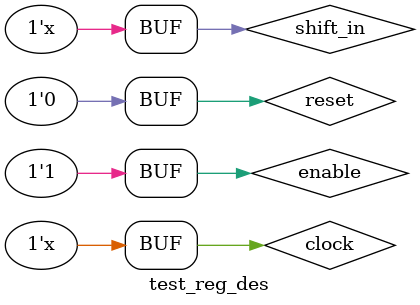
<source format=sv>
module test_reg_des();

    logic clock, reset, enable, shift_in;
    logic out;
    
    
    reg_desplazamiento DUT(.clock(clock),
                 .reset(reset),
                 .enable(enable),
                 .shift_in(shift_in),
                 .out(out));
 always #10 clock=~clock;
 always #100 shift_in = ~shift_in;
 
 initial begin
 clock=0;
 reset=1;
 enable = 1;
 shift_in = 1;
 
 #10 reset=0;
 #20 reset = 1;
 #15 reset =0 ; 
 
 
 end
                
                 
endmodule

</source>
